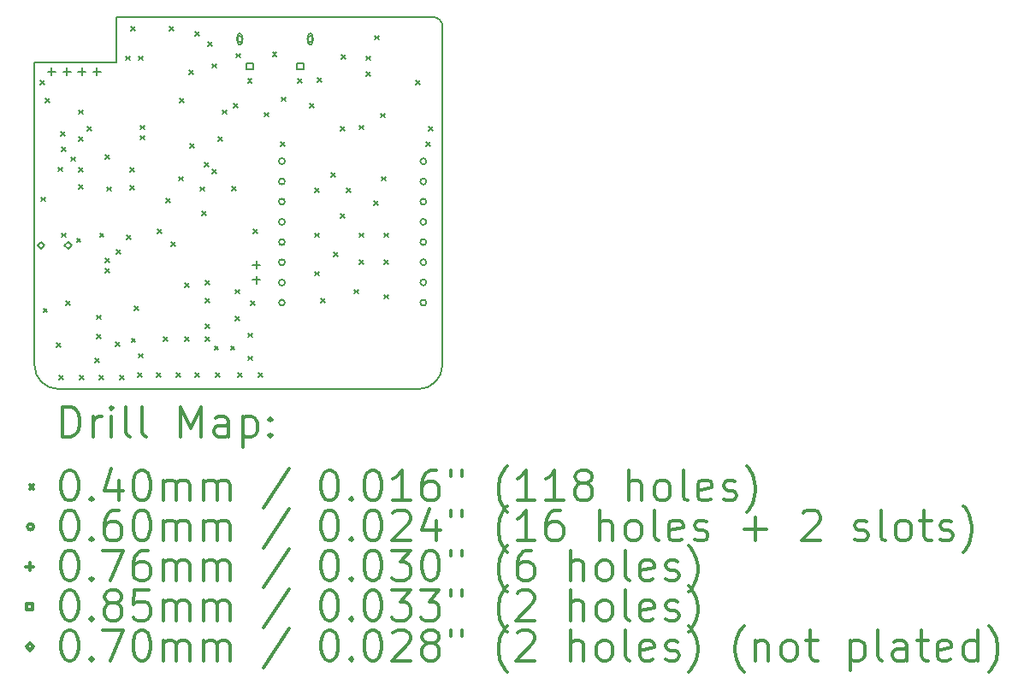
<source format=gbr>
%FSLAX45Y45*%
G04 Gerber Fmt 4.5, Leading zero omitted, Abs format (unit mm)*
G04 Created by KiCad (PCBNEW (5.1.7)-1) date 2020-10-26 15:46:45*
%MOMM*%
%LPD*%
G01*
G04 APERTURE LIST*
%TA.AperFunction,Profile*%
%ADD10C,0.150000*%
%TD*%
%ADD11C,0.200000*%
%ADD12C,0.300000*%
G04 APERTURE END LIST*
D10*
X5727700Y-1460500D02*
G75*
G02*
X5816600Y-1549400I0J-88900D01*
G01*
X2590800Y-1905000D02*
X1778000Y-1905000D01*
X2590800Y-1460500D02*
X2590800Y-1905000D01*
X2019300Y-5143500D02*
G75*
G02*
X1778000Y-4902200I0J241300D01*
G01*
X5816600Y-4902200D02*
G75*
G02*
X5575300Y-5143500I-241300J0D01*
G01*
X2590800Y-1460500D02*
X5727700Y-1460500D01*
X1778000Y-4902200D02*
X1778000Y-1905000D01*
X5575300Y-5143500D02*
X2019300Y-5143500D01*
X5816600Y-1549400D02*
X5816600Y-4902200D01*
D11*
X1834200Y-2088200D02*
X1874200Y-2128200D01*
X1874200Y-2088200D02*
X1834200Y-2128200D01*
X1846900Y-3243900D02*
X1886900Y-3283900D01*
X1886900Y-3243900D02*
X1846900Y-3283900D01*
X1865950Y-4342450D02*
X1905950Y-4382450D01*
X1905950Y-4342450D02*
X1865950Y-4382450D01*
X1885000Y-2266000D02*
X1925000Y-2306000D01*
X1925000Y-2266000D02*
X1885000Y-2306000D01*
X1999300Y-4685350D02*
X2039300Y-4725350D01*
X2039300Y-4685350D02*
X1999300Y-4725350D01*
X2015700Y-2945450D02*
X2055700Y-2985450D01*
X2055700Y-2945450D02*
X2015700Y-2985450D01*
X2024700Y-5009200D02*
X2064700Y-5049200D01*
X2064700Y-5009200D02*
X2024700Y-5049200D01*
X2037400Y-2596200D02*
X2077400Y-2636200D01*
X2077400Y-2596200D02*
X2037400Y-2636200D01*
X2050100Y-2748600D02*
X2090100Y-2788600D01*
X2090100Y-2748600D02*
X2050100Y-2788600D01*
X2050100Y-3599500D02*
X2090100Y-3639500D01*
X2090100Y-3599500D02*
X2050100Y-3639500D01*
X2093999Y-4272600D02*
X2133999Y-4312600D01*
X2133999Y-4272600D02*
X2093999Y-4312600D01*
X2139000Y-2843850D02*
X2179000Y-2883850D01*
X2179000Y-2843850D02*
X2139000Y-2883850D01*
X2196150Y-3650300D02*
X2236150Y-3690300D01*
X2236150Y-3650300D02*
X2196150Y-3690300D01*
X2215200Y-2380300D02*
X2255200Y-2420300D01*
X2255200Y-2380300D02*
X2215200Y-2420300D01*
X2215200Y-2647000D02*
X2255200Y-2687000D01*
X2255200Y-2647000D02*
X2215200Y-2687000D01*
X2215200Y-2951800D02*
X2255200Y-2991800D01*
X2255200Y-2951800D02*
X2215200Y-2991800D01*
X2215200Y-3120700D02*
X2255200Y-3160700D01*
X2255200Y-3120700D02*
X2215200Y-3160700D01*
X2227900Y-5009200D02*
X2267900Y-5049200D01*
X2267900Y-5009200D02*
X2227900Y-5049200D01*
X2304100Y-2545400D02*
X2344100Y-2585400D01*
X2344100Y-2545400D02*
X2304100Y-2585400D01*
X2380300Y-4836700D02*
X2420300Y-4876700D01*
X2420300Y-4836700D02*
X2380300Y-4876700D01*
X2393000Y-4602800D02*
X2433000Y-4642800D01*
X2433000Y-4602800D02*
X2393000Y-4642800D01*
X2396358Y-4410701D02*
X2436358Y-4450701D01*
X2436358Y-4410701D02*
X2396358Y-4450701D01*
X2418400Y-5009200D02*
X2458400Y-5049200D01*
X2458400Y-5009200D02*
X2418400Y-5049200D01*
X2424750Y-3599500D02*
X2464750Y-3639500D01*
X2464750Y-3599500D02*
X2424750Y-3639500D01*
X2480635Y-3948415D02*
X2520635Y-3988415D01*
X2520635Y-3948415D02*
X2480635Y-3988415D01*
X2481900Y-2824800D02*
X2521900Y-2864800D01*
X2521900Y-2824800D02*
X2481900Y-2864800D01*
X2481900Y-3847150D02*
X2521900Y-3887150D01*
X2521900Y-3847150D02*
X2481900Y-3887150D01*
X2494600Y-3142300D02*
X2534600Y-3182300D01*
X2534600Y-3142300D02*
X2494600Y-3182300D01*
X2583500Y-4679000D02*
X2623500Y-4719000D01*
X2623500Y-4679000D02*
X2583500Y-4719000D01*
X2589950Y-3764700D02*
X2629950Y-3804700D01*
X2629950Y-3764700D02*
X2589950Y-3804700D01*
X2621600Y-5009200D02*
X2661600Y-5049200D01*
X2661600Y-5009200D02*
X2621600Y-5049200D01*
X2685434Y-1846567D02*
X2725434Y-1886567D01*
X2725434Y-1846567D02*
X2685434Y-1886567D01*
X2689237Y-3618497D02*
X2729237Y-3658497D01*
X2729237Y-3618497D02*
X2689237Y-3658497D01*
X2723200Y-2951800D02*
X2763200Y-2991800D01*
X2763200Y-2951800D02*
X2723200Y-2991800D01*
X2723200Y-3129600D02*
X2763200Y-3169600D01*
X2763200Y-3129600D02*
X2723200Y-3169600D01*
X2735900Y-1554800D02*
X2775900Y-1594800D01*
X2775900Y-1554800D02*
X2735900Y-1594800D01*
X2739600Y-4640900D02*
X2779600Y-4680900D01*
X2779600Y-4640900D02*
X2739600Y-4680900D01*
X2771350Y-4320750D02*
X2811350Y-4360750D01*
X2811350Y-4320750D02*
X2771350Y-4360750D01*
X2799400Y-4983800D02*
X2839400Y-5023800D01*
X2839400Y-4983800D02*
X2799400Y-5023800D01*
X2812100Y-1846900D02*
X2852100Y-1886900D01*
X2852100Y-1846900D02*
X2812100Y-1886900D01*
X2812100Y-4793300D02*
X2852100Y-4833300D01*
X2852100Y-4793300D02*
X2812100Y-4833300D01*
X2826839Y-2532700D02*
X2866839Y-2572700D01*
X2866839Y-2532700D02*
X2826839Y-2572700D01*
X2827854Y-2634300D02*
X2867854Y-2674300D01*
X2867854Y-2634300D02*
X2827854Y-2674300D01*
X2989900Y-4983800D02*
X3029900Y-5023800D01*
X3029900Y-4983800D02*
X2989900Y-5023800D01*
X2996250Y-3561400D02*
X3036250Y-3601400D01*
X3036250Y-3561400D02*
X2996250Y-3601400D01*
X3053400Y-4628200D02*
X3093400Y-4668200D01*
X3093400Y-4628200D02*
X3053400Y-4668200D01*
X3083800Y-3256600D02*
X3123800Y-3296600D01*
X3123800Y-3256600D02*
X3083800Y-3296600D01*
X3116900Y-1554800D02*
X3156900Y-1594800D01*
X3156900Y-1554800D02*
X3116900Y-1594800D01*
X3129600Y-3688400D02*
X3169600Y-3728400D01*
X3169600Y-3688400D02*
X3129600Y-3728400D01*
X3180400Y-4983800D02*
X3220400Y-5023800D01*
X3220400Y-4983800D02*
X3180400Y-5023800D01*
X3205800Y-3040700D02*
X3245800Y-3080700D01*
X3245800Y-3040700D02*
X3205800Y-3080700D01*
X3218500Y-2266000D02*
X3258500Y-2306000D01*
X3258500Y-2266000D02*
X3218500Y-2306000D01*
X3269300Y-4094800D02*
X3309300Y-4134800D01*
X3309300Y-4094800D02*
X3269300Y-4134800D01*
X3269300Y-4628200D02*
X3309300Y-4668200D01*
X3309300Y-4628200D02*
X3269300Y-4668200D01*
X3307400Y-1986600D02*
X3347400Y-2026600D01*
X3347400Y-1986600D02*
X3307400Y-2026600D01*
X3320100Y-2711800D02*
X3360100Y-2751800D01*
X3360100Y-2711800D02*
X3320100Y-2751800D01*
X3370900Y-4983800D02*
X3410900Y-5023800D01*
X3410900Y-4983800D02*
X3370900Y-5023800D01*
X3370900Y-1605600D02*
X3410900Y-1645600D01*
X3410900Y-1605600D02*
X3370900Y-1645600D01*
X3421700Y-3142300D02*
X3461700Y-3182300D01*
X3461700Y-3142300D02*
X3421700Y-3182300D01*
X3434400Y-3383600D02*
X3474400Y-3423600D01*
X3474400Y-3383600D02*
X3434400Y-3423600D01*
X3459800Y-2901000D02*
X3499800Y-2941000D01*
X3499800Y-2901000D02*
X3459800Y-2941000D01*
X3472500Y-4069400D02*
X3512500Y-4109400D01*
X3512500Y-4069400D02*
X3472500Y-4109400D01*
X3472500Y-4247200D02*
X3512500Y-4287200D01*
X3512500Y-4247200D02*
X3472500Y-4287200D01*
X3472500Y-4501200D02*
X3512500Y-4541200D01*
X3512500Y-4501200D02*
X3472500Y-4541200D01*
X3472500Y-4628200D02*
X3512500Y-4668200D01*
X3512500Y-4628200D02*
X3472500Y-4668200D01*
X3497900Y-1707200D02*
X3537900Y-1747200D01*
X3537900Y-1707200D02*
X3497900Y-1747200D01*
X3536000Y-2968200D02*
X3576000Y-3008200D01*
X3576000Y-2968200D02*
X3536000Y-3008200D01*
X3541100Y-1923100D02*
X3581100Y-1963100D01*
X3581100Y-1923100D02*
X3541100Y-1963100D01*
X3560100Y-4715800D02*
X3600100Y-4755800D01*
X3600100Y-4715800D02*
X3560100Y-4755800D01*
X3574100Y-4983800D02*
X3614100Y-5023800D01*
X3614100Y-4983800D02*
X3574100Y-5023800D01*
X3599500Y-2647000D02*
X3639500Y-2687000D01*
X3639500Y-2647000D02*
X3599500Y-2687000D01*
X3638065Y-2379835D02*
X3678065Y-2419835D01*
X3678065Y-2379835D02*
X3638065Y-2419835D01*
X3720150Y-4717100D02*
X3760150Y-4757100D01*
X3760150Y-4717100D02*
X3720150Y-4757100D01*
X3731442Y-3137979D02*
X3771442Y-3177979D01*
X3771442Y-3137979D02*
X3731442Y-3177979D01*
X3751900Y-2316800D02*
X3791900Y-2356800D01*
X3791900Y-2316800D02*
X3751900Y-2356800D01*
X3764600Y-4425000D02*
X3804600Y-4465000D01*
X3804600Y-4425000D02*
X3764600Y-4465000D01*
X3768300Y-4158300D02*
X3808300Y-4198300D01*
X3808300Y-4158300D02*
X3768300Y-4198300D01*
X3777300Y-1821500D02*
X3817300Y-1861500D01*
X3817300Y-1821500D02*
X3777300Y-1861500D01*
X3790000Y-4983800D02*
X3830000Y-5023800D01*
X3830000Y-4983800D02*
X3790000Y-5023800D01*
X3890000Y-2069927D02*
X3930000Y-2109927D01*
X3930000Y-2069927D02*
X3890000Y-2109927D01*
X3891600Y-4590100D02*
X3931600Y-4630100D01*
X3931600Y-4590100D02*
X3891600Y-4630100D01*
X3891600Y-4818700D02*
X3931600Y-4858700D01*
X3931600Y-4818700D02*
X3891600Y-4858700D01*
X3917000Y-4272600D02*
X3957000Y-4312600D01*
X3957000Y-4272600D02*
X3917000Y-4312600D01*
X3942400Y-3561400D02*
X3982400Y-3601400D01*
X3982400Y-3561400D02*
X3942400Y-3601400D01*
X3993200Y-4983800D02*
X4033200Y-5023800D01*
X4033200Y-4983800D02*
X3993200Y-5023800D01*
X4056700Y-2405700D02*
X4096700Y-2445700D01*
X4096700Y-2405700D02*
X4056700Y-2445700D01*
X4135734Y-1807704D02*
X4175734Y-1847704D01*
X4175734Y-1807704D02*
X4135734Y-1847704D01*
X4216825Y-2696439D02*
X4256825Y-2736439D01*
X4256825Y-2696439D02*
X4216825Y-2736439D01*
X4221800Y-2253300D02*
X4261800Y-2293300D01*
X4261800Y-2253300D02*
X4221800Y-2293300D01*
X4385000Y-2073042D02*
X4425000Y-2113042D01*
X4425000Y-2073042D02*
X4385000Y-2113042D01*
X4501673Y-2317259D02*
X4541673Y-2357259D01*
X4541673Y-2317259D02*
X4501673Y-2357259D01*
X4552000Y-3155000D02*
X4592000Y-3195000D01*
X4592000Y-3155000D02*
X4552000Y-3195000D01*
X4552000Y-3599500D02*
X4592000Y-3639500D01*
X4592000Y-3599500D02*
X4552000Y-3639500D01*
X4552000Y-3980500D02*
X4592000Y-4020500D01*
X4592000Y-3980500D02*
X4552000Y-4020500D01*
X4577400Y-2058990D02*
X4617400Y-2098990D01*
X4617400Y-2058990D02*
X4577400Y-2098990D01*
X4615500Y-4247200D02*
X4655500Y-4287200D01*
X4655500Y-4247200D02*
X4615500Y-4287200D01*
X4717100Y-3002600D02*
X4757100Y-3042600D01*
X4757100Y-3002600D02*
X4717100Y-3042600D01*
X4742500Y-3790000D02*
X4782500Y-3830000D01*
X4782500Y-3790000D02*
X4742500Y-3830000D01*
X4806000Y-3409000D02*
X4846000Y-3449000D01*
X4846000Y-3409000D02*
X4806000Y-3449000D01*
X4806001Y-2545400D02*
X4846001Y-2585400D01*
X4846001Y-2545400D02*
X4806001Y-2585400D01*
X4818700Y-1834200D02*
X4858700Y-1874200D01*
X4858700Y-1834200D02*
X4818700Y-1874200D01*
X4869500Y-3155000D02*
X4909500Y-3195000D01*
X4909500Y-3155000D02*
X4869500Y-3195000D01*
X4945700Y-4158300D02*
X4985700Y-4198300D01*
X4985700Y-4158300D02*
X4945700Y-4198300D01*
X4996500Y-2532700D02*
X5036500Y-2572700D01*
X5036500Y-2532700D02*
X4996500Y-2572700D01*
X4996500Y-3599500D02*
X5036500Y-3639500D01*
X5036500Y-3599500D02*
X4996500Y-3639500D01*
X4996500Y-3866200D02*
X5036500Y-3906200D01*
X5036500Y-3866200D02*
X4996500Y-3906200D01*
X5060000Y-1845600D02*
X5100000Y-1885600D01*
X5100000Y-1845600D02*
X5060000Y-1885600D01*
X5060000Y-2000600D02*
X5100000Y-2040600D01*
X5100000Y-2000600D02*
X5060000Y-2040600D01*
X5136200Y-3282000D02*
X5176200Y-3322000D01*
X5176200Y-3282000D02*
X5136200Y-3322000D01*
X5148900Y-1643700D02*
X5188900Y-1683700D01*
X5188900Y-1643700D02*
X5148900Y-1683700D01*
X5205800Y-2412300D02*
X5245800Y-2452300D01*
X5245800Y-2412300D02*
X5205800Y-2452300D01*
X5212400Y-3040700D02*
X5252400Y-3080700D01*
X5252400Y-3040700D02*
X5212400Y-3080700D01*
X5237800Y-3599500D02*
X5277800Y-3639500D01*
X5277800Y-3599500D02*
X5237800Y-3639500D01*
X5237800Y-3866200D02*
X5277800Y-3906200D01*
X5277800Y-3866200D02*
X5237800Y-3906200D01*
X5237800Y-4209100D02*
X5277800Y-4249100D01*
X5277800Y-4209100D02*
X5237800Y-4249100D01*
X5555300Y-2088200D02*
X5595300Y-2128200D01*
X5595300Y-2088200D02*
X5555300Y-2128200D01*
X5656900Y-2697800D02*
X5696900Y-2737800D01*
X5696900Y-2697800D02*
X5656900Y-2737800D01*
X5682300Y-2545400D02*
X5722300Y-2585400D01*
X5722300Y-2545400D02*
X5682300Y-2585400D01*
X4257600Y-2887000D02*
G75*
G03*
X4257600Y-2887000I-30000J0D01*
G01*
X4257600Y-3087000D02*
G75*
G03*
X4257600Y-3087000I-30000J0D01*
G01*
X4257600Y-3287000D02*
G75*
G03*
X4257600Y-3287000I-30000J0D01*
G01*
X4257600Y-3487000D02*
G75*
G03*
X4257600Y-3487000I-30000J0D01*
G01*
X4257600Y-3687000D02*
G75*
G03*
X4257600Y-3687000I-30000J0D01*
G01*
X4257600Y-3887000D02*
G75*
G03*
X4257600Y-3887000I-30000J0D01*
G01*
X4257600Y-4087000D02*
G75*
G03*
X4257600Y-4087000I-30000J0D01*
G01*
X4257600Y-4287000D02*
G75*
G03*
X4257600Y-4287000I-30000J0D01*
G01*
X5657600Y-2887000D02*
G75*
G03*
X5657600Y-2887000I-30000J0D01*
G01*
X5657600Y-3087000D02*
G75*
G03*
X5657600Y-3087000I-30000J0D01*
G01*
X5657600Y-3287000D02*
G75*
G03*
X5657600Y-3287000I-30000J0D01*
G01*
X5657600Y-3487000D02*
G75*
G03*
X5657600Y-3487000I-30000J0D01*
G01*
X5657600Y-3687000D02*
G75*
G03*
X5657600Y-3687000I-30000J0D01*
G01*
X5657600Y-3887000D02*
G75*
G03*
X5657600Y-3887000I-30000J0D01*
G01*
X5657600Y-4087000D02*
G75*
G03*
X5657600Y-4087000I-30000J0D01*
G01*
X5657600Y-4287000D02*
G75*
G03*
X5657600Y-4287000I-30000J0D01*
G01*
X3840000Y-1676400D02*
G75*
G03*
X3840000Y-1676400I-30000J0D01*
G01*
X3830000Y-1711400D02*
X3830000Y-1641400D01*
X3790000Y-1711400D02*
X3790000Y-1641400D01*
X3830000Y-1641400D02*
G75*
G03*
X3790000Y-1641400I-20000J0D01*
G01*
X3790000Y-1711400D02*
G75*
G03*
X3830000Y-1711400I20000J0D01*
G01*
X4540000Y-1676400D02*
G75*
G03*
X4540000Y-1676400I-30000J0D01*
G01*
X4490000Y-1641400D02*
X4490000Y-1711400D01*
X4530000Y-1641400D02*
X4530000Y-1711400D01*
X4490000Y-1711400D02*
G75*
G03*
X4530000Y-1711400I20000J0D01*
G01*
X4530000Y-1641400D02*
G75*
G03*
X4490000Y-1641400I-20000J0D01*
G01*
X3975100Y-3873500D02*
X3975100Y-3949700D01*
X3937000Y-3911600D02*
X4013200Y-3911600D01*
X3975100Y-4023500D02*
X3975100Y-4099700D01*
X3937000Y-4061600D02*
X4013200Y-4061600D01*
X1948700Y-1962150D02*
X1948700Y-2038350D01*
X1910600Y-2000250D02*
X1986800Y-2000250D01*
X2098700Y-1962150D02*
X2098700Y-2038350D01*
X2060600Y-2000250D02*
X2136800Y-2000250D01*
X2248700Y-1962150D02*
X2248700Y-2038350D01*
X2210600Y-2000250D02*
X2286800Y-2000250D01*
X2398700Y-1962150D02*
X2398700Y-2038350D01*
X2360600Y-2000250D02*
X2436800Y-2000250D01*
X3940052Y-1976452D02*
X3940052Y-1916348D01*
X3879948Y-1916348D01*
X3879948Y-1976452D01*
X3940052Y-1976452D01*
X4440052Y-1976452D02*
X4440052Y-1916348D01*
X4379948Y-1916348D01*
X4379948Y-1976452D01*
X4440052Y-1976452D01*
X1841500Y-3756100D02*
X1876500Y-3721100D01*
X1841500Y-3686100D01*
X1806500Y-3721100D01*
X1841500Y-3756100D01*
X2111500Y-3756100D02*
X2146500Y-3721100D01*
X2111500Y-3686100D01*
X2076500Y-3721100D01*
X2111500Y-3756100D01*
D12*
X2056928Y-5616714D02*
X2056928Y-5316714D01*
X2128357Y-5316714D01*
X2171214Y-5331000D01*
X2199786Y-5359572D01*
X2214071Y-5388143D01*
X2228357Y-5445286D01*
X2228357Y-5488143D01*
X2214071Y-5545286D01*
X2199786Y-5573857D01*
X2171214Y-5602429D01*
X2128357Y-5616714D01*
X2056928Y-5616714D01*
X2356928Y-5616714D02*
X2356928Y-5416714D01*
X2356928Y-5473857D02*
X2371214Y-5445286D01*
X2385500Y-5431000D01*
X2414071Y-5416714D01*
X2442643Y-5416714D01*
X2542643Y-5616714D02*
X2542643Y-5416714D01*
X2542643Y-5316714D02*
X2528357Y-5331000D01*
X2542643Y-5345286D01*
X2556928Y-5331000D01*
X2542643Y-5316714D01*
X2542643Y-5345286D01*
X2728357Y-5616714D02*
X2699786Y-5602429D01*
X2685500Y-5573857D01*
X2685500Y-5316714D01*
X2885500Y-5616714D02*
X2856928Y-5602429D01*
X2842643Y-5573857D01*
X2842643Y-5316714D01*
X3228357Y-5616714D02*
X3228357Y-5316714D01*
X3328357Y-5531000D01*
X3428357Y-5316714D01*
X3428357Y-5616714D01*
X3699786Y-5616714D02*
X3699786Y-5459572D01*
X3685500Y-5431000D01*
X3656928Y-5416714D01*
X3599786Y-5416714D01*
X3571214Y-5431000D01*
X3699786Y-5602429D02*
X3671214Y-5616714D01*
X3599786Y-5616714D01*
X3571214Y-5602429D01*
X3556928Y-5573857D01*
X3556928Y-5545286D01*
X3571214Y-5516714D01*
X3599786Y-5502429D01*
X3671214Y-5502429D01*
X3699786Y-5488143D01*
X3842643Y-5416714D02*
X3842643Y-5716714D01*
X3842643Y-5431000D02*
X3871214Y-5416714D01*
X3928357Y-5416714D01*
X3956928Y-5431000D01*
X3971214Y-5445286D01*
X3985500Y-5473857D01*
X3985500Y-5559572D01*
X3971214Y-5588143D01*
X3956928Y-5602429D01*
X3928357Y-5616714D01*
X3871214Y-5616714D01*
X3842643Y-5602429D01*
X4114071Y-5588143D02*
X4128357Y-5602429D01*
X4114071Y-5616714D01*
X4099786Y-5602429D01*
X4114071Y-5588143D01*
X4114071Y-5616714D01*
X4114071Y-5431000D02*
X4128357Y-5445286D01*
X4114071Y-5459572D01*
X4099786Y-5445286D01*
X4114071Y-5431000D01*
X4114071Y-5459572D01*
X1730500Y-6091000D02*
X1770500Y-6131000D01*
X1770500Y-6091000D02*
X1730500Y-6131000D01*
X2114071Y-5946714D02*
X2142643Y-5946714D01*
X2171214Y-5961000D01*
X2185500Y-5975286D01*
X2199786Y-6003857D01*
X2214071Y-6061000D01*
X2214071Y-6132429D01*
X2199786Y-6189571D01*
X2185500Y-6218143D01*
X2171214Y-6232429D01*
X2142643Y-6246714D01*
X2114071Y-6246714D01*
X2085500Y-6232429D01*
X2071214Y-6218143D01*
X2056928Y-6189571D01*
X2042643Y-6132429D01*
X2042643Y-6061000D01*
X2056928Y-6003857D01*
X2071214Y-5975286D01*
X2085500Y-5961000D01*
X2114071Y-5946714D01*
X2342643Y-6218143D02*
X2356928Y-6232429D01*
X2342643Y-6246714D01*
X2328357Y-6232429D01*
X2342643Y-6218143D01*
X2342643Y-6246714D01*
X2614071Y-6046714D02*
X2614071Y-6246714D01*
X2542643Y-5932429D02*
X2471214Y-6146714D01*
X2656928Y-6146714D01*
X2828357Y-5946714D02*
X2856928Y-5946714D01*
X2885500Y-5961000D01*
X2899786Y-5975286D01*
X2914071Y-6003857D01*
X2928357Y-6061000D01*
X2928357Y-6132429D01*
X2914071Y-6189571D01*
X2899786Y-6218143D01*
X2885500Y-6232429D01*
X2856928Y-6246714D01*
X2828357Y-6246714D01*
X2799786Y-6232429D01*
X2785500Y-6218143D01*
X2771214Y-6189571D01*
X2756928Y-6132429D01*
X2756928Y-6061000D01*
X2771214Y-6003857D01*
X2785500Y-5975286D01*
X2799786Y-5961000D01*
X2828357Y-5946714D01*
X3056928Y-6246714D02*
X3056928Y-6046714D01*
X3056928Y-6075286D02*
X3071214Y-6061000D01*
X3099786Y-6046714D01*
X3142643Y-6046714D01*
X3171214Y-6061000D01*
X3185500Y-6089571D01*
X3185500Y-6246714D01*
X3185500Y-6089571D02*
X3199786Y-6061000D01*
X3228357Y-6046714D01*
X3271214Y-6046714D01*
X3299786Y-6061000D01*
X3314071Y-6089571D01*
X3314071Y-6246714D01*
X3456928Y-6246714D02*
X3456928Y-6046714D01*
X3456928Y-6075286D02*
X3471214Y-6061000D01*
X3499786Y-6046714D01*
X3542643Y-6046714D01*
X3571214Y-6061000D01*
X3585500Y-6089571D01*
X3585500Y-6246714D01*
X3585500Y-6089571D02*
X3599786Y-6061000D01*
X3628357Y-6046714D01*
X3671214Y-6046714D01*
X3699786Y-6061000D01*
X3714071Y-6089571D01*
X3714071Y-6246714D01*
X4299786Y-5932429D02*
X4042643Y-6318143D01*
X4685500Y-5946714D02*
X4714071Y-5946714D01*
X4742643Y-5961000D01*
X4756928Y-5975286D01*
X4771214Y-6003857D01*
X4785500Y-6061000D01*
X4785500Y-6132429D01*
X4771214Y-6189571D01*
X4756928Y-6218143D01*
X4742643Y-6232429D01*
X4714071Y-6246714D01*
X4685500Y-6246714D01*
X4656928Y-6232429D01*
X4642643Y-6218143D01*
X4628357Y-6189571D01*
X4614071Y-6132429D01*
X4614071Y-6061000D01*
X4628357Y-6003857D01*
X4642643Y-5975286D01*
X4656928Y-5961000D01*
X4685500Y-5946714D01*
X4914071Y-6218143D02*
X4928357Y-6232429D01*
X4914071Y-6246714D01*
X4899786Y-6232429D01*
X4914071Y-6218143D01*
X4914071Y-6246714D01*
X5114071Y-5946714D02*
X5142643Y-5946714D01*
X5171214Y-5961000D01*
X5185500Y-5975286D01*
X5199786Y-6003857D01*
X5214071Y-6061000D01*
X5214071Y-6132429D01*
X5199786Y-6189571D01*
X5185500Y-6218143D01*
X5171214Y-6232429D01*
X5142643Y-6246714D01*
X5114071Y-6246714D01*
X5085500Y-6232429D01*
X5071214Y-6218143D01*
X5056928Y-6189571D01*
X5042643Y-6132429D01*
X5042643Y-6061000D01*
X5056928Y-6003857D01*
X5071214Y-5975286D01*
X5085500Y-5961000D01*
X5114071Y-5946714D01*
X5499786Y-6246714D02*
X5328357Y-6246714D01*
X5414071Y-6246714D02*
X5414071Y-5946714D01*
X5385500Y-5989571D01*
X5356928Y-6018143D01*
X5328357Y-6032429D01*
X5756928Y-5946714D02*
X5699786Y-5946714D01*
X5671214Y-5961000D01*
X5656928Y-5975286D01*
X5628357Y-6018143D01*
X5614071Y-6075286D01*
X5614071Y-6189571D01*
X5628357Y-6218143D01*
X5642643Y-6232429D01*
X5671214Y-6246714D01*
X5728357Y-6246714D01*
X5756928Y-6232429D01*
X5771214Y-6218143D01*
X5785500Y-6189571D01*
X5785500Y-6118143D01*
X5771214Y-6089571D01*
X5756928Y-6075286D01*
X5728357Y-6061000D01*
X5671214Y-6061000D01*
X5642643Y-6075286D01*
X5628357Y-6089571D01*
X5614071Y-6118143D01*
X5899786Y-5946714D02*
X5899786Y-6003857D01*
X6014071Y-5946714D02*
X6014071Y-6003857D01*
X6456928Y-6361000D02*
X6442643Y-6346714D01*
X6414071Y-6303857D01*
X6399786Y-6275286D01*
X6385500Y-6232429D01*
X6371214Y-6161000D01*
X6371214Y-6103857D01*
X6385500Y-6032429D01*
X6399786Y-5989571D01*
X6414071Y-5961000D01*
X6442643Y-5918143D01*
X6456928Y-5903857D01*
X6728357Y-6246714D02*
X6556928Y-6246714D01*
X6642643Y-6246714D02*
X6642643Y-5946714D01*
X6614071Y-5989571D01*
X6585500Y-6018143D01*
X6556928Y-6032429D01*
X7014071Y-6246714D02*
X6842643Y-6246714D01*
X6928357Y-6246714D02*
X6928357Y-5946714D01*
X6899786Y-5989571D01*
X6871214Y-6018143D01*
X6842643Y-6032429D01*
X7185500Y-6075286D02*
X7156928Y-6061000D01*
X7142643Y-6046714D01*
X7128357Y-6018143D01*
X7128357Y-6003857D01*
X7142643Y-5975286D01*
X7156928Y-5961000D01*
X7185500Y-5946714D01*
X7242643Y-5946714D01*
X7271214Y-5961000D01*
X7285500Y-5975286D01*
X7299786Y-6003857D01*
X7299786Y-6018143D01*
X7285500Y-6046714D01*
X7271214Y-6061000D01*
X7242643Y-6075286D01*
X7185500Y-6075286D01*
X7156928Y-6089571D01*
X7142643Y-6103857D01*
X7128357Y-6132429D01*
X7128357Y-6189571D01*
X7142643Y-6218143D01*
X7156928Y-6232429D01*
X7185500Y-6246714D01*
X7242643Y-6246714D01*
X7271214Y-6232429D01*
X7285500Y-6218143D01*
X7299786Y-6189571D01*
X7299786Y-6132429D01*
X7285500Y-6103857D01*
X7271214Y-6089571D01*
X7242643Y-6075286D01*
X7656928Y-6246714D02*
X7656928Y-5946714D01*
X7785500Y-6246714D02*
X7785500Y-6089571D01*
X7771214Y-6061000D01*
X7742643Y-6046714D01*
X7699786Y-6046714D01*
X7671214Y-6061000D01*
X7656928Y-6075286D01*
X7971214Y-6246714D02*
X7942643Y-6232429D01*
X7928357Y-6218143D01*
X7914071Y-6189571D01*
X7914071Y-6103857D01*
X7928357Y-6075286D01*
X7942643Y-6061000D01*
X7971214Y-6046714D01*
X8014071Y-6046714D01*
X8042643Y-6061000D01*
X8056928Y-6075286D01*
X8071214Y-6103857D01*
X8071214Y-6189571D01*
X8056928Y-6218143D01*
X8042643Y-6232429D01*
X8014071Y-6246714D01*
X7971214Y-6246714D01*
X8242643Y-6246714D02*
X8214071Y-6232429D01*
X8199786Y-6203857D01*
X8199786Y-5946714D01*
X8471214Y-6232429D02*
X8442643Y-6246714D01*
X8385500Y-6246714D01*
X8356928Y-6232429D01*
X8342643Y-6203857D01*
X8342643Y-6089571D01*
X8356928Y-6061000D01*
X8385500Y-6046714D01*
X8442643Y-6046714D01*
X8471214Y-6061000D01*
X8485500Y-6089571D01*
X8485500Y-6118143D01*
X8342643Y-6146714D01*
X8599786Y-6232429D02*
X8628357Y-6246714D01*
X8685500Y-6246714D01*
X8714071Y-6232429D01*
X8728357Y-6203857D01*
X8728357Y-6189571D01*
X8714071Y-6161000D01*
X8685500Y-6146714D01*
X8642643Y-6146714D01*
X8614071Y-6132429D01*
X8599786Y-6103857D01*
X8599786Y-6089571D01*
X8614071Y-6061000D01*
X8642643Y-6046714D01*
X8685500Y-6046714D01*
X8714071Y-6061000D01*
X8828357Y-6361000D02*
X8842643Y-6346714D01*
X8871214Y-6303857D01*
X8885500Y-6275286D01*
X8899786Y-6232429D01*
X8914071Y-6161000D01*
X8914071Y-6103857D01*
X8899786Y-6032429D01*
X8885500Y-5989571D01*
X8871214Y-5961000D01*
X8842643Y-5918143D01*
X8828357Y-5903857D01*
X1770500Y-6507000D02*
G75*
G03*
X1770500Y-6507000I-30000J0D01*
G01*
X2114071Y-6342714D02*
X2142643Y-6342714D01*
X2171214Y-6357000D01*
X2185500Y-6371286D01*
X2199786Y-6399857D01*
X2214071Y-6457000D01*
X2214071Y-6528429D01*
X2199786Y-6585571D01*
X2185500Y-6614143D01*
X2171214Y-6628429D01*
X2142643Y-6642714D01*
X2114071Y-6642714D01*
X2085500Y-6628429D01*
X2071214Y-6614143D01*
X2056928Y-6585571D01*
X2042643Y-6528429D01*
X2042643Y-6457000D01*
X2056928Y-6399857D01*
X2071214Y-6371286D01*
X2085500Y-6357000D01*
X2114071Y-6342714D01*
X2342643Y-6614143D02*
X2356928Y-6628429D01*
X2342643Y-6642714D01*
X2328357Y-6628429D01*
X2342643Y-6614143D01*
X2342643Y-6642714D01*
X2614071Y-6342714D02*
X2556928Y-6342714D01*
X2528357Y-6357000D01*
X2514071Y-6371286D01*
X2485500Y-6414143D01*
X2471214Y-6471286D01*
X2471214Y-6585571D01*
X2485500Y-6614143D01*
X2499786Y-6628429D01*
X2528357Y-6642714D01*
X2585500Y-6642714D01*
X2614071Y-6628429D01*
X2628357Y-6614143D01*
X2642643Y-6585571D01*
X2642643Y-6514143D01*
X2628357Y-6485571D01*
X2614071Y-6471286D01*
X2585500Y-6457000D01*
X2528357Y-6457000D01*
X2499786Y-6471286D01*
X2485500Y-6485571D01*
X2471214Y-6514143D01*
X2828357Y-6342714D02*
X2856928Y-6342714D01*
X2885500Y-6357000D01*
X2899786Y-6371286D01*
X2914071Y-6399857D01*
X2928357Y-6457000D01*
X2928357Y-6528429D01*
X2914071Y-6585571D01*
X2899786Y-6614143D01*
X2885500Y-6628429D01*
X2856928Y-6642714D01*
X2828357Y-6642714D01*
X2799786Y-6628429D01*
X2785500Y-6614143D01*
X2771214Y-6585571D01*
X2756928Y-6528429D01*
X2756928Y-6457000D01*
X2771214Y-6399857D01*
X2785500Y-6371286D01*
X2799786Y-6357000D01*
X2828357Y-6342714D01*
X3056928Y-6642714D02*
X3056928Y-6442714D01*
X3056928Y-6471286D02*
X3071214Y-6457000D01*
X3099786Y-6442714D01*
X3142643Y-6442714D01*
X3171214Y-6457000D01*
X3185500Y-6485571D01*
X3185500Y-6642714D01*
X3185500Y-6485571D02*
X3199786Y-6457000D01*
X3228357Y-6442714D01*
X3271214Y-6442714D01*
X3299786Y-6457000D01*
X3314071Y-6485571D01*
X3314071Y-6642714D01*
X3456928Y-6642714D02*
X3456928Y-6442714D01*
X3456928Y-6471286D02*
X3471214Y-6457000D01*
X3499786Y-6442714D01*
X3542643Y-6442714D01*
X3571214Y-6457000D01*
X3585500Y-6485571D01*
X3585500Y-6642714D01*
X3585500Y-6485571D02*
X3599786Y-6457000D01*
X3628357Y-6442714D01*
X3671214Y-6442714D01*
X3699786Y-6457000D01*
X3714071Y-6485571D01*
X3714071Y-6642714D01*
X4299786Y-6328429D02*
X4042643Y-6714143D01*
X4685500Y-6342714D02*
X4714071Y-6342714D01*
X4742643Y-6357000D01*
X4756928Y-6371286D01*
X4771214Y-6399857D01*
X4785500Y-6457000D01*
X4785500Y-6528429D01*
X4771214Y-6585571D01*
X4756928Y-6614143D01*
X4742643Y-6628429D01*
X4714071Y-6642714D01*
X4685500Y-6642714D01*
X4656928Y-6628429D01*
X4642643Y-6614143D01*
X4628357Y-6585571D01*
X4614071Y-6528429D01*
X4614071Y-6457000D01*
X4628357Y-6399857D01*
X4642643Y-6371286D01*
X4656928Y-6357000D01*
X4685500Y-6342714D01*
X4914071Y-6614143D02*
X4928357Y-6628429D01*
X4914071Y-6642714D01*
X4899786Y-6628429D01*
X4914071Y-6614143D01*
X4914071Y-6642714D01*
X5114071Y-6342714D02*
X5142643Y-6342714D01*
X5171214Y-6357000D01*
X5185500Y-6371286D01*
X5199786Y-6399857D01*
X5214071Y-6457000D01*
X5214071Y-6528429D01*
X5199786Y-6585571D01*
X5185500Y-6614143D01*
X5171214Y-6628429D01*
X5142643Y-6642714D01*
X5114071Y-6642714D01*
X5085500Y-6628429D01*
X5071214Y-6614143D01*
X5056928Y-6585571D01*
X5042643Y-6528429D01*
X5042643Y-6457000D01*
X5056928Y-6399857D01*
X5071214Y-6371286D01*
X5085500Y-6357000D01*
X5114071Y-6342714D01*
X5328357Y-6371286D02*
X5342643Y-6357000D01*
X5371214Y-6342714D01*
X5442643Y-6342714D01*
X5471214Y-6357000D01*
X5485500Y-6371286D01*
X5499786Y-6399857D01*
X5499786Y-6428429D01*
X5485500Y-6471286D01*
X5314071Y-6642714D01*
X5499786Y-6642714D01*
X5756928Y-6442714D02*
X5756928Y-6642714D01*
X5685500Y-6328429D02*
X5614071Y-6542714D01*
X5799786Y-6542714D01*
X5899786Y-6342714D02*
X5899786Y-6399857D01*
X6014071Y-6342714D02*
X6014071Y-6399857D01*
X6456928Y-6757000D02*
X6442643Y-6742714D01*
X6414071Y-6699857D01*
X6399786Y-6671286D01*
X6385500Y-6628429D01*
X6371214Y-6557000D01*
X6371214Y-6499857D01*
X6385500Y-6428429D01*
X6399786Y-6385571D01*
X6414071Y-6357000D01*
X6442643Y-6314143D01*
X6456928Y-6299857D01*
X6728357Y-6642714D02*
X6556928Y-6642714D01*
X6642643Y-6642714D02*
X6642643Y-6342714D01*
X6614071Y-6385571D01*
X6585500Y-6414143D01*
X6556928Y-6428429D01*
X6985500Y-6342714D02*
X6928357Y-6342714D01*
X6899786Y-6357000D01*
X6885500Y-6371286D01*
X6856928Y-6414143D01*
X6842643Y-6471286D01*
X6842643Y-6585571D01*
X6856928Y-6614143D01*
X6871214Y-6628429D01*
X6899786Y-6642714D01*
X6956928Y-6642714D01*
X6985500Y-6628429D01*
X6999786Y-6614143D01*
X7014071Y-6585571D01*
X7014071Y-6514143D01*
X6999786Y-6485571D01*
X6985500Y-6471286D01*
X6956928Y-6457000D01*
X6899786Y-6457000D01*
X6871214Y-6471286D01*
X6856928Y-6485571D01*
X6842643Y-6514143D01*
X7371214Y-6642714D02*
X7371214Y-6342714D01*
X7499786Y-6642714D02*
X7499786Y-6485571D01*
X7485500Y-6457000D01*
X7456928Y-6442714D01*
X7414071Y-6442714D01*
X7385500Y-6457000D01*
X7371214Y-6471286D01*
X7685500Y-6642714D02*
X7656928Y-6628429D01*
X7642643Y-6614143D01*
X7628357Y-6585571D01*
X7628357Y-6499857D01*
X7642643Y-6471286D01*
X7656928Y-6457000D01*
X7685500Y-6442714D01*
X7728357Y-6442714D01*
X7756928Y-6457000D01*
X7771214Y-6471286D01*
X7785500Y-6499857D01*
X7785500Y-6585571D01*
X7771214Y-6614143D01*
X7756928Y-6628429D01*
X7728357Y-6642714D01*
X7685500Y-6642714D01*
X7956928Y-6642714D02*
X7928357Y-6628429D01*
X7914071Y-6599857D01*
X7914071Y-6342714D01*
X8185500Y-6628429D02*
X8156928Y-6642714D01*
X8099786Y-6642714D01*
X8071214Y-6628429D01*
X8056928Y-6599857D01*
X8056928Y-6485571D01*
X8071214Y-6457000D01*
X8099786Y-6442714D01*
X8156928Y-6442714D01*
X8185500Y-6457000D01*
X8199786Y-6485571D01*
X8199786Y-6514143D01*
X8056928Y-6542714D01*
X8314071Y-6628429D02*
X8342643Y-6642714D01*
X8399786Y-6642714D01*
X8428357Y-6628429D01*
X8442643Y-6599857D01*
X8442643Y-6585571D01*
X8428357Y-6557000D01*
X8399786Y-6542714D01*
X8356928Y-6542714D01*
X8328357Y-6528429D01*
X8314071Y-6499857D01*
X8314071Y-6485571D01*
X8328357Y-6457000D01*
X8356928Y-6442714D01*
X8399786Y-6442714D01*
X8428357Y-6457000D01*
X8799786Y-6528429D02*
X9028357Y-6528429D01*
X8914071Y-6642714D02*
X8914071Y-6414143D01*
X9385500Y-6371286D02*
X9399786Y-6357000D01*
X9428357Y-6342714D01*
X9499786Y-6342714D01*
X9528357Y-6357000D01*
X9542643Y-6371286D01*
X9556928Y-6399857D01*
X9556928Y-6428429D01*
X9542643Y-6471286D01*
X9371214Y-6642714D01*
X9556928Y-6642714D01*
X9899786Y-6628429D02*
X9928357Y-6642714D01*
X9985500Y-6642714D01*
X10014071Y-6628429D01*
X10028357Y-6599857D01*
X10028357Y-6585571D01*
X10014071Y-6557000D01*
X9985500Y-6542714D01*
X9942643Y-6542714D01*
X9914071Y-6528429D01*
X9899786Y-6499857D01*
X9899786Y-6485571D01*
X9914071Y-6457000D01*
X9942643Y-6442714D01*
X9985500Y-6442714D01*
X10014071Y-6457000D01*
X10199786Y-6642714D02*
X10171214Y-6628429D01*
X10156928Y-6599857D01*
X10156928Y-6342714D01*
X10356928Y-6642714D02*
X10328357Y-6628429D01*
X10314071Y-6614143D01*
X10299786Y-6585571D01*
X10299786Y-6499857D01*
X10314071Y-6471286D01*
X10328357Y-6457000D01*
X10356928Y-6442714D01*
X10399786Y-6442714D01*
X10428357Y-6457000D01*
X10442643Y-6471286D01*
X10456928Y-6499857D01*
X10456928Y-6585571D01*
X10442643Y-6614143D01*
X10428357Y-6628429D01*
X10399786Y-6642714D01*
X10356928Y-6642714D01*
X10542643Y-6442714D02*
X10656928Y-6442714D01*
X10585500Y-6342714D02*
X10585500Y-6599857D01*
X10599786Y-6628429D01*
X10628357Y-6642714D01*
X10656928Y-6642714D01*
X10742643Y-6628429D02*
X10771214Y-6642714D01*
X10828357Y-6642714D01*
X10856928Y-6628429D01*
X10871214Y-6599857D01*
X10871214Y-6585571D01*
X10856928Y-6557000D01*
X10828357Y-6542714D01*
X10785500Y-6542714D01*
X10756928Y-6528429D01*
X10742643Y-6499857D01*
X10742643Y-6485571D01*
X10756928Y-6457000D01*
X10785500Y-6442714D01*
X10828357Y-6442714D01*
X10856928Y-6457000D01*
X10971214Y-6757000D02*
X10985500Y-6742714D01*
X11014071Y-6699857D01*
X11028357Y-6671286D01*
X11042643Y-6628429D01*
X11056928Y-6557000D01*
X11056928Y-6499857D01*
X11042643Y-6428429D01*
X11028357Y-6385571D01*
X11014071Y-6357000D01*
X10985500Y-6314143D01*
X10971214Y-6299857D01*
X1732400Y-6864900D02*
X1732400Y-6941100D01*
X1694300Y-6903000D02*
X1770500Y-6903000D01*
X2114071Y-6738714D02*
X2142643Y-6738714D01*
X2171214Y-6753000D01*
X2185500Y-6767286D01*
X2199786Y-6795857D01*
X2214071Y-6853000D01*
X2214071Y-6924429D01*
X2199786Y-6981571D01*
X2185500Y-7010143D01*
X2171214Y-7024429D01*
X2142643Y-7038714D01*
X2114071Y-7038714D01*
X2085500Y-7024429D01*
X2071214Y-7010143D01*
X2056928Y-6981571D01*
X2042643Y-6924429D01*
X2042643Y-6853000D01*
X2056928Y-6795857D01*
X2071214Y-6767286D01*
X2085500Y-6753000D01*
X2114071Y-6738714D01*
X2342643Y-7010143D02*
X2356928Y-7024429D01*
X2342643Y-7038714D01*
X2328357Y-7024429D01*
X2342643Y-7010143D01*
X2342643Y-7038714D01*
X2456928Y-6738714D02*
X2656928Y-6738714D01*
X2528357Y-7038714D01*
X2899786Y-6738714D02*
X2842643Y-6738714D01*
X2814071Y-6753000D01*
X2799786Y-6767286D01*
X2771214Y-6810143D01*
X2756928Y-6867286D01*
X2756928Y-6981571D01*
X2771214Y-7010143D01*
X2785500Y-7024429D01*
X2814071Y-7038714D01*
X2871214Y-7038714D01*
X2899786Y-7024429D01*
X2914071Y-7010143D01*
X2928357Y-6981571D01*
X2928357Y-6910143D01*
X2914071Y-6881571D01*
X2899786Y-6867286D01*
X2871214Y-6853000D01*
X2814071Y-6853000D01*
X2785500Y-6867286D01*
X2771214Y-6881571D01*
X2756928Y-6910143D01*
X3056928Y-7038714D02*
X3056928Y-6838714D01*
X3056928Y-6867286D02*
X3071214Y-6853000D01*
X3099786Y-6838714D01*
X3142643Y-6838714D01*
X3171214Y-6853000D01*
X3185500Y-6881571D01*
X3185500Y-7038714D01*
X3185500Y-6881571D02*
X3199786Y-6853000D01*
X3228357Y-6838714D01*
X3271214Y-6838714D01*
X3299786Y-6853000D01*
X3314071Y-6881571D01*
X3314071Y-7038714D01*
X3456928Y-7038714D02*
X3456928Y-6838714D01*
X3456928Y-6867286D02*
X3471214Y-6853000D01*
X3499786Y-6838714D01*
X3542643Y-6838714D01*
X3571214Y-6853000D01*
X3585500Y-6881571D01*
X3585500Y-7038714D01*
X3585500Y-6881571D02*
X3599786Y-6853000D01*
X3628357Y-6838714D01*
X3671214Y-6838714D01*
X3699786Y-6853000D01*
X3714071Y-6881571D01*
X3714071Y-7038714D01*
X4299786Y-6724429D02*
X4042643Y-7110143D01*
X4685500Y-6738714D02*
X4714071Y-6738714D01*
X4742643Y-6753000D01*
X4756928Y-6767286D01*
X4771214Y-6795857D01*
X4785500Y-6853000D01*
X4785500Y-6924429D01*
X4771214Y-6981571D01*
X4756928Y-7010143D01*
X4742643Y-7024429D01*
X4714071Y-7038714D01*
X4685500Y-7038714D01*
X4656928Y-7024429D01*
X4642643Y-7010143D01*
X4628357Y-6981571D01*
X4614071Y-6924429D01*
X4614071Y-6853000D01*
X4628357Y-6795857D01*
X4642643Y-6767286D01*
X4656928Y-6753000D01*
X4685500Y-6738714D01*
X4914071Y-7010143D02*
X4928357Y-7024429D01*
X4914071Y-7038714D01*
X4899786Y-7024429D01*
X4914071Y-7010143D01*
X4914071Y-7038714D01*
X5114071Y-6738714D02*
X5142643Y-6738714D01*
X5171214Y-6753000D01*
X5185500Y-6767286D01*
X5199786Y-6795857D01*
X5214071Y-6853000D01*
X5214071Y-6924429D01*
X5199786Y-6981571D01*
X5185500Y-7010143D01*
X5171214Y-7024429D01*
X5142643Y-7038714D01*
X5114071Y-7038714D01*
X5085500Y-7024429D01*
X5071214Y-7010143D01*
X5056928Y-6981571D01*
X5042643Y-6924429D01*
X5042643Y-6853000D01*
X5056928Y-6795857D01*
X5071214Y-6767286D01*
X5085500Y-6753000D01*
X5114071Y-6738714D01*
X5314071Y-6738714D02*
X5499786Y-6738714D01*
X5399786Y-6853000D01*
X5442643Y-6853000D01*
X5471214Y-6867286D01*
X5485500Y-6881571D01*
X5499786Y-6910143D01*
X5499786Y-6981571D01*
X5485500Y-7010143D01*
X5471214Y-7024429D01*
X5442643Y-7038714D01*
X5356928Y-7038714D01*
X5328357Y-7024429D01*
X5314071Y-7010143D01*
X5685500Y-6738714D02*
X5714071Y-6738714D01*
X5742643Y-6753000D01*
X5756928Y-6767286D01*
X5771214Y-6795857D01*
X5785500Y-6853000D01*
X5785500Y-6924429D01*
X5771214Y-6981571D01*
X5756928Y-7010143D01*
X5742643Y-7024429D01*
X5714071Y-7038714D01*
X5685500Y-7038714D01*
X5656928Y-7024429D01*
X5642643Y-7010143D01*
X5628357Y-6981571D01*
X5614071Y-6924429D01*
X5614071Y-6853000D01*
X5628357Y-6795857D01*
X5642643Y-6767286D01*
X5656928Y-6753000D01*
X5685500Y-6738714D01*
X5899786Y-6738714D02*
X5899786Y-6795857D01*
X6014071Y-6738714D02*
X6014071Y-6795857D01*
X6456928Y-7153000D02*
X6442643Y-7138714D01*
X6414071Y-7095857D01*
X6399786Y-7067286D01*
X6385500Y-7024429D01*
X6371214Y-6953000D01*
X6371214Y-6895857D01*
X6385500Y-6824429D01*
X6399786Y-6781571D01*
X6414071Y-6753000D01*
X6442643Y-6710143D01*
X6456928Y-6695857D01*
X6699786Y-6738714D02*
X6642643Y-6738714D01*
X6614071Y-6753000D01*
X6599786Y-6767286D01*
X6571214Y-6810143D01*
X6556928Y-6867286D01*
X6556928Y-6981571D01*
X6571214Y-7010143D01*
X6585500Y-7024429D01*
X6614071Y-7038714D01*
X6671214Y-7038714D01*
X6699786Y-7024429D01*
X6714071Y-7010143D01*
X6728357Y-6981571D01*
X6728357Y-6910143D01*
X6714071Y-6881571D01*
X6699786Y-6867286D01*
X6671214Y-6853000D01*
X6614071Y-6853000D01*
X6585500Y-6867286D01*
X6571214Y-6881571D01*
X6556928Y-6910143D01*
X7085500Y-7038714D02*
X7085500Y-6738714D01*
X7214071Y-7038714D02*
X7214071Y-6881571D01*
X7199786Y-6853000D01*
X7171214Y-6838714D01*
X7128357Y-6838714D01*
X7099786Y-6853000D01*
X7085500Y-6867286D01*
X7399786Y-7038714D02*
X7371214Y-7024429D01*
X7356928Y-7010143D01*
X7342643Y-6981571D01*
X7342643Y-6895857D01*
X7356928Y-6867286D01*
X7371214Y-6853000D01*
X7399786Y-6838714D01*
X7442643Y-6838714D01*
X7471214Y-6853000D01*
X7485500Y-6867286D01*
X7499786Y-6895857D01*
X7499786Y-6981571D01*
X7485500Y-7010143D01*
X7471214Y-7024429D01*
X7442643Y-7038714D01*
X7399786Y-7038714D01*
X7671214Y-7038714D02*
X7642643Y-7024429D01*
X7628357Y-6995857D01*
X7628357Y-6738714D01*
X7899786Y-7024429D02*
X7871214Y-7038714D01*
X7814071Y-7038714D01*
X7785500Y-7024429D01*
X7771214Y-6995857D01*
X7771214Y-6881571D01*
X7785500Y-6853000D01*
X7814071Y-6838714D01*
X7871214Y-6838714D01*
X7899786Y-6853000D01*
X7914071Y-6881571D01*
X7914071Y-6910143D01*
X7771214Y-6938714D01*
X8028357Y-7024429D02*
X8056928Y-7038714D01*
X8114071Y-7038714D01*
X8142643Y-7024429D01*
X8156928Y-6995857D01*
X8156928Y-6981571D01*
X8142643Y-6953000D01*
X8114071Y-6938714D01*
X8071214Y-6938714D01*
X8042643Y-6924429D01*
X8028357Y-6895857D01*
X8028357Y-6881571D01*
X8042643Y-6853000D01*
X8071214Y-6838714D01*
X8114071Y-6838714D01*
X8142643Y-6853000D01*
X8256928Y-7153000D02*
X8271214Y-7138714D01*
X8299786Y-7095857D01*
X8314071Y-7067286D01*
X8328357Y-7024429D01*
X8342643Y-6953000D01*
X8342643Y-6895857D01*
X8328357Y-6824429D01*
X8314071Y-6781571D01*
X8299786Y-6753000D01*
X8271214Y-6710143D01*
X8256928Y-6695857D01*
X1758052Y-7329052D02*
X1758052Y-7268948D01*
X1697948Y-7268948D01*
X1697948Y-7329052D01*
X1758052Y-7329052D01*
X2114071Y-7134714D02*
X2142643Y-7134714D01*
X2171214Y-7149000D01*
X2185500Y-7163286D01*
X2199786Y-7191857D01*
X2214071Y-7249000D01*
X2214071Y-7320429D01*
X2199786Y-7377571D01*
X2185500Y-7406143D01*
X2171214Y-7420429D01*
X2142643Y-7434714D01*
X2114071Y-7434714D01*
X2085500Y-7420429D01*
X2071214Y-7406143D01*
X2056928Y-7377571D01*
X2042643Y-7320429D01*
X2042643Y-7249000D01*
X2056928Y-7191857D01*
X2071214Y-7163286D01*
X2085500Y-7149000D01*
X2114071Y-7134714D01*
X2342643Y-7406143D02*
X2356928Y-7420429D01*
X2342643Y-7434714D01*
X2328357Y-7420429D01*
X2342643Y-7406143D01*
X2342643Y-7434714D01*
X2528357Y-7263286D02*
X2499786Y-7249000D01*
X2485500Y-7234714D01*
X2471214Y-7206143D01*
X2471214Y-7191857D01*
X2485500Y-7163286D01*
X2499786Y-7149000D01*
X2528357Y-7134714D01*
X2585500Y-7134714D01*
X2614071Y-7149000D01*
X2628357Y-7163286D01*
X2642643Y-7191857D01*
X2642643Y-7206143D01*
X2628357Y-7234714D01*
X2614071Y-7249000D01*
X2585500Y-7263286D01*
X2528357Y-7263286D01*
X2499786Y-7277571D01*
X2485500Y-7291857D01*
X2471214Y-7320429D01*
X2471214Y-7377571D01*
X2485500Y-7406143D01*
X2499786Y-7420429D01*
X2528357Y-7434714D01*
X2585500Y-7434714D01*
X2614071Y-7420429D01*
X2628357Y-7406143D01*
X2642643Y-7377571D01*
X2642643Y-7320429D01*
X2628357Y-7291857D01*
X2614071Y-7277571D01*
X2585500Y-7263286D01*
X2914071Y-7134714D02*
X2771214Y-7134714D01*
X2756928Y-7277571D01*
X2771214Y-7263286D01*
X2799786Y-7249000D01*
X2871214Y-7249000D01*
X2899786Y-7263286D01*
X2914071Y-7277571D01*
X2928357Y-7306143D01*
X2928357Y-7377571D01*
X2914071Y-7406143D01*
X2899786Y-7420429D01*
X2871214Y-7434714D01*
X2799786Y-7434714D01*
X2771214Y-7420429D01*
X2756928Y-7406143D01*
X3056928Y-7434714D02*
X3056928Y-7234714D01*
X3056928Y-7263286D02*
X3071214Y-7249000D01*
X3099786Y-7234714D01*
X3142643Y-7234714D01*
X3171214Y-7249000D01*
X3185500Y-7277571D01*
X3185500Y-7434714D01*
X3185500Y-7277571D02*
X3199786Y-7249000D01*
X3228357Y-7234714D01*
X3271214Y-7234714D01*
X3299786Y-7249000D01*
X3314071Y-7277571D01*
X3314071Y-7434714D01*
X3456928Y-7434714D02*
X3456928Y-7234714D01*
X3456928Y-7263286D02*
X3471214Y-7249000D01*
X3499786Y-7234714D01*
X3542643Y-7234714D01*
X3571214Y-7249000D01*
X3585500Y-7277571D01*
X3585500Y-7434714D01*
X3585500Y-7277571D02*
X3599786Y-7249000D01*
X3628357Y-7234714D01*
X3671214Y-7234714D01*
X3699786Y-7249000D01*
X3714071Y-7277571D01*
X3714071Y-7434714D01*
X4299786Y-7120429D02*
X4042643Y-7506143D01*
X4685500Y-7134714D02*
X4714071Y-7134714D01*
X4742643Y-7149000D01*
X4756928Y-7163286D01*
X4771214Y-7191857D01*
X4785500Y-7249000D01*
X4785500Y-7320429D01*
X4771214Y-7377571D01*
X4756928Y-7406143D01*
X4742643Y-7420429D01*
X4714071Y-7434714D01*
X4685500Y-7434714D01*
X4656928Y-7420429D01*
X4642643Y-7406143D01*
X4628357Y-7377571D01*
X4614071Y-7320429D01*
X4614071Y-7249000D01*
X4628357Y-7191857D01*
X4642643Y-7163286D01*
X4656928Y-7149000D01*
X4685500Y-7134714D01*
X4914071Y-7406143D02*
X4928357Y-7420429D01*
X4914071Y-7434714D01*
X4899786Y-7420429D01*
X4914071Y-7406143D01*
X4914071Y-7434714D01*
X5114071Y-7134714D02*
X5142643Y-7134714D01*
X5171214Y-7149000D01*
X5185500Y-7163286D01*
X5199786Y-7191857D01*
X5214071Y-7249000D01*
X5214071Y-7320429D01*
X5199786Y-7377571D01*
X5185500Y-7406143D01*
X5171214Y-7420429D01*
X5142643Y-7434714D01*
X5114071Y-7434714D01*
X5085500Y-7420429D01*
X5071214Y-7406143D01*
X5056928Y-7377571D01*
X5042643Y-7320429D01*
X5042643Y-7249000D01*
X5056928Y-7191857D01*
X5071214Y-7163286D01*
X5085500Y-7149000D01*
X5114071Y-7134714D01*
X5314071Y-7134714D02*
X5499786Y-7134714D01*
X5399786Y-7249000D01*
X5442643Y-7249000D01*
X5471214Y-7263286D01*
X5485500Y-7277571D01*
X5499786Y-7306143D01*
X5499786Y-7377571D01*
X5485500Y-7406143D01*
X5471214Y-7420429D01*
X5442643Y-7434714D01*
X5356928Y-7434714D01*
X5328357Y-7420429D01*
X5314071Y-7406143D01*
X5599786Y-7134714D02*
X5785500Y-7134714D01*
X5685500Y-7249000D01*
X5728357Y-7249000D01*
X5756928Y-7263286D01*
X5771214Y-7277571D01*
X5785500Y-7306143D01*
X5785500Y-7377571D01*
X5771214Y-7406143D01*
X5756928Y-7420429D01*
X5728357Y-7434714D01*
X5642643Y-7434714D01*
X5614071Y-7420429D01*
X5599786Y-7406143D01*
X5899786Y-7134714D02*
X5899786Y-7191857D01*
X6014071Y-7134714D02*
X6014071Y-7191857D01*
X6456928Y-7549000D02*
X6442643Y-7534714D01*
X6414071Y-7491857D01*
X6399786Y-7463286D01*
X6385500Y-7420429D01*
X6371214Y-7349000D01*
X6371214Y-7291857D01*
X6385500Y-7220429D01*
X6399786Y-7177571D01*
X6414071Y-7149000D01*
X6442643Y-7106143D01*
X6456928Y-7091857D01*
X6556928Y-7163286D02*
X6571214Y-7149000D01*
X6599786Y-7134714D01*
X6671214Y-7134714D01*
X6699786Y-7149000D01*
X6714071Y-7163286D01*
X6728357Y-7191857D01*
X6728357Y-7220429D01*
X6714071Y-7263286D01*
X6542643Y-7434714D01*
X6728357Y-7434714D01*
X7085500Y-7434714D02*
X7085500Y-7134714D01*
X7214071Y-7434714D02*
X7214071Y-7277571D01*
X7199786Y-7249000D01*
X7171214Y-7234714D01*
X7128357Y-7234714D01*
X7099786Y-7249000D01*
X7085500Y-7263286D01*
X7399786Y-7434714D02*
X7371214Y-7420429D01*
X7356928Y-7406143D01*
X7342643Y-7377571D01*
X7342643Y-7291857D01*
X7356928Y-7263286D01*
X7371214Y-7249000D01*
X7399786Y-7234714D01*
X7442643Y-7234714D01*
X7471214Y-7249000D01*
X7485500Y-7263286D01*
X7499786Y-7291857D01*
X7499786Y-7377571D01*
X7485500Y-7406143D01*
X7471214Y-7420429D01*
X7442643Y-7434714D01*
X7399786Y-7434714D01*
X7671214Y-7434714D02*
X7642643Y-7420429D01*
X7628357Y-7391857D01*
X7628357Y-7134714D01*
X7899786Y-7420429D02*
X7871214Y-7434714D01*
X7814071Y-7434714D01*
X7785500Y-7420429D01*
X7771214Y-7391857D01*
X7771214Y-7277571D01*
X7785500Y-7249000D01*
X7814071Y-7234714D01*
X7871214Y-7234714D01*
X7899786Y-7249000D01*
X7914071Y-7277571D01*
X7914071Y-7306143D01*
X7771214Y-7334714D01*
X8028357Y-7420429D02*
X8056928Y-7434714D01*
X8114071Y-7434714D01*
X8142643Y-7420429D01*
X8156928Y-7391857D01*
X8156928Y-7377571D01*
X8142643Y-7349000D01*
X8114071Y-7334714D01*
X8071214Y-7334714D01*
X8042643Y-7320429D01*
X8028357Y-7291857D01*
X8028357Y-7277571D01*
X8042643Y-7249000D01*
X8071214Y-7234714D01*
X8114071Y-7234714D01*
X8142643Y-7249000D01*
X8256928Y-7549000D02*
X8271214Y-7534714D01*
X8299786Y-7491857D01*
X8314071Y-7463286D01*
X8328357Y-7420429D01*
X8342643Y-7349000D01*
X8342643Y-7291857D01*
X8328357Y-7220429D01*
X8314071Y-7177571D01*
X8299786Y-7149000D01*
X8271214Y-7106143D01*
X8256928Y-7091857D01*
X1735500Y-7730000D02*
X1770500Y-7695000D01*
X1735500Y-7660000D01*
X1700500Y-7695000D01*
X1735500Y-7730000D01*
X2114071Y-7530714D02*
X2142643Y-7530714D01*
X2171214Y-7545000D01*
X2185500Y-7559286D01*
X2199786Y-7587857D01*
X2214071Y-7645000D01*
X2214071Y-7716429D01*
X2199786Y-7773571D01*
X2185500Y-7802143D01*
X2171214Y-7816429D01*
X2142643Y-7830714D01*
X2114071Y-7830714D01*
X2085500Y-7816429D01*
X2071214Y-7802143D01*
X2056928Y-7773571D01*
X2042643Y-7716429D01*
X2042643Y-7645000D01*
X2056928Y-7587857D01*
X2071214Y-7559286D01*
X2085500Y-7545000D01*
X2114071Y-7530714D01*
X2342643Y-7802143D02*
X2356928Y-7816429D01*
X2342643Y-7830714D01*
X2328357Y-7816429D01*
X2342643Y-7802143D01*
X2342643Y-7830714D01*
X2456928Y-7530714D02*
X2656928Y-7530714D01*
X2528357Y-7830714D01*
X2828357Y-7530714D02*
X2856928Y-7530714D01*
X2885500Y-7545000D01*
X2899786Y-7559286D01*
X2914071Y-7587857D01*
X2928357Y-7645000D01*
X2928357Y-7716429D01*
X2914071Y-7773571D01*
X2899786Y-7802143D01*
X2885500Y-7816429D01*
X2856928Y-7830714D01*
X2828357Y-7830714D01*
X2799786Y-7816429D01*
X2785500Y-7802143D01*
X2771214Y-7773571D01*
X2756928Y-7716429D01*
X2756928Y-7645000D01*
X2771214Y-7587857D01*
X2785500Y-7559286D01*
X2799786Y-7545000D01*
X2828357Y-7530714D01*
X3056928Y-7830714D02*
X3056928Y-7630714D01*
X3056928Y-7659286D02*
X3071214Y-7645000D01*
X3099786Y-7630714D01*
X3142643Y-7630714D01*
X3171214Y-7645000D01*
X3185500Y-7673571D01*
X3185500Y-7830714D01*
X3185500Y-7673571D02*
X3199786Y-7645000D01*
X3228357Y-7630714D01*
X3271214Y-7630714D01*
X3299786Y-7645000D01*
X3314071Y-7673571D01*
X3314071Y-7830714D01*
X3456928Y-7830714D02*
X3456928Y-7630714D01*
X3456928Y-7659286D02*
X3471214Y-7645000D01*
X3499786Y-7630714D01*
X3542643Y-7630714D01*
X3571214Y-7645000D01*
X3585500Y-7673571D01*
X3585500Y-7830714D01*
X3585500Y-7673571D02*
X3599786Y-7645000D01*
X3628357Y-7630714D01*
X3671214Y-7630714D01*
X3699786Y-7645000D01*
X3714071Y-7673571D01*
X3714071Y-7830714D01*
X4299786Y-7516429D02*
X4042643Y-7902143D01*
X4685500Y-7530714D02*
X4714071Y-7530714D01*
X4742643Y-7545000D01*
X4756928Y-7559286D01*
X4771214Y-7587857D01*
X4785500Y-7645000D01*
X4785500Y-7716429D01*
X4771214Y-7773571D01*
X4756928Y-7802143D01*
X4742643Y-7816429D01*
X4714071Y-7830714D01*
X4685500Y-7830714D01*
X4656928Y-7816429D01*
X4642643Y-7802143D01*
X4628357Y-7773571D01*
X4614071Y-7716429D01*
X4614071Y-7645000D01*
X4628357Y-7587857D01*
X4642643Y-7559286D01*
X4656928Y-7545000D01*
X4685500Y-7530714D01*
X4914071Y-7802143D02*
X4928357Y-7816429D01*
X4914071Y-7830714D01*
X4899786Y-7816429D01*
X4914071Y-7802143D01*
X4914071Y-7830714D01*
X5114071Y-7530714D02*
X5142643Y-7530714D01*
X5171214Y-7545000D01*
X5185500Y-7559286D01*
X5199786Y-7587857D01*
X5214071Y-7645000D01*
X5214071Y-7716429D01*
X5199786Y-7773571D01*
X5185500Y-7802143D01*
X5171214Y-7816429D01*
X5142643Y-7830714D01*
X5114071Y-7830714D01*
X5085500Y-7816429D01*
X5071214Y-7802143D01*
X5056928Y-7773571D01*
X5042643Y-7716429D01*
X5042643Y-7645000D01*
X5056928Y-7587857D01*
X5071214Y-7559286D01*
X5085500Y-7545000D01*
X5114071Y-7530714D01*
X5328357Y-7559286D02*
X5342643Y-7545000D01*
X5371214Y-7530714D01*
X5442643Y-7530714D01*
X5471214Y-7545000D01*
X5485500Y-7559286D01*
X5499786Y-7587857D01*
X5499786Y-7616429D01*
X5485500Y-7659286D01*
X5314071Y-7830714D01*
X5499786Y-7830714D01*
X5671214Y-7659286D02*
X5642643Y-7645000D01*
X5628357Y-7630714D01*
X5614071Y-7602143D01*
X5614071Y-7587857D01*
X5628357Y-7559286D01*
X5642643Y-7545000D01*
X5671214Y-7530714D01*
X5728357Y-7530714D01*
X5756928Y-7545000D01*
X5771214Y-7559286D01*
X5785500Y-7587857D01*
X5785500Y-7602143D01*
X5771214Y-7630714D01*
X5756928Y-7645000D01*
X5728357Y-7659286D01*
X5671214Y-7659286D01*
X5642643Y-7673571D01*
X5628357Y-7687857D01*
X5614071Y-7716429D01*
X5614071Y-7773571D01*
X5628357Y-7802143D01*
X5642643Y-7816429D01*
X5671214Y-7830714D01*
X5728357Y-7830714D01*
X5756928Y-7816429D01*
X5771214Y-7802143D01*
X5785500Y-7773571D01*
X5785500Y-7716429D01*
X5771214Y-7687857D01*
X5756928Y-7673571D01*
X5728357Y-7659286D01*
X5899786Y-7530714D02*
X5899786Y-7587857D01*
X6014071Y-7530714D02*
X6014071Y-7587857D01*
X6456928Y-7945000D02*
X6442643Y-7930714D01*
X6414071Y-7887857D01*
X6399786Y-7859286D01*
X6385500Y-7816429D01*
X6371214Y-7745000D01*
X6371214Y-7687857D01*
X6385500Y-7616429D01*
X6399786Y-7573571D01*
X6414071Y-7545000D01*
X6442643Y-7502143D01*
X6456928Y-7487857D01*
X6556928Y-7559286D02*
X6571214Y-7545000D01*
X6599786Y-7530714D01*
X6671214Y-7530714D01*
X6699786Y-7545000D01*
X6714071Y-7559286D01*
X6728357Y-7587857D01*
X6728357Y-7616429D01*
X6714071Y-7659286D01*
X6542643Y-7830714D01*
X6728357Y-7830714D01*
X7085500Y-7830714D02*
X7085500Y-7530714D01*
X7214071Y-7830714D02*
X7214071Y-7673571D01*
X7199786Y-7645000D01*
X7171214Y-7630714D01*
X7128357Y-7630714D01*
X7099786Y-7645000D01*
X7085500Y-7659286D01*
X7399786Y-7830714D02*
X7371214Y-7816429D01*
X7356928Y-7802143D01*
X7342643Y-7773571D01*
X7342643Y-7687857D01*
X7356928Y-7659286D01*
X7371214Y-7645000D01*
X7399786Y-7630714D01*
X7442643Y-7630714D01*
X7471214Y-7645000D01*
X7485500Y-7659286D01*
X7499786Y-7687857D01*
X7499786Y-7773571D01*
X7485500Y-7802143D01*
X7471214Y-7816429D01*
X7442643Y-7830714D01*
X7399786Y-7830714D01*
X7671214Y-7830714D02*
X7642643Y-7816429D01*
X7628357Y-7787857D01*
X7628357Y-7530714D01*
X7899786Y-7816429D02*
X7871214Y-7830714D01*
X7814071Y-7830714D01*
X7785500Y-7816429D01*
X7771214Y-7787857D01*
X7771214Y-7673571D01*
X7785500Y-7645000D01*
X7814071Y-7630714D01*
X7871214Y-7630714D01*
X7899786Y-7645000D01*
X7914071Y-7673571D01*
X7914071Y-7702143D01*
X7771214Y-7730714D01*
X8028357Y-7816429D02*
X8056928Y-7830714D01*
X8114071Y-7830714D01*
X8142643Y-7816429D01*
X8156928Y-7787857D01*
X8156928Y-7773571D01*
X8142643Y-7745000D01*
X8114071Y-7730714D01*
X8071214Y-7730714D01*
X8042643Y-7716429D01*
X8028357Y-7687857D01*
X8028357Y-7673571D01*
X8042643Y-7645000D01*
X8071214Y-7630714D01*
X8114071Y-7630714D01*
X8142643Y-7645000D01*
X8256928Y-7945000D02*
X8271214Y-7930714D01*
X8299786Y-7887857D01*
X8314071Y-7859286D01*
X8328357Y-7816429D01*
X8342643Y-7745000D01*
X8342643Y-7687857D01*
X8328357Y-7616429D01*
X8314071Y-7573571D01*
X8299786Y-7545000D01*
X8271214Y-7502143D01*
X8256928Y-7487857D01*
X8799786Y-7945000D02*
X8785500Y-7930714D01*
X8756928Y-7887857D01*
X8742643Y-7859286D01*
X8728357Y-7816429D01*
X8714071Y-7745000D01*
X8714071Y-7687857D01*
X8728357Y-7616429D01*
X8742643Y-7573571D01*
X8756928Y-7545000D01*
X8785500Y-7502143D01*
X8799786Y-7487857D01*
X8914071Y-7630714D02*
X8914071Y-7830714D01*
X8914071Y-7659286D02*
X8928357Y-7645000D01*
X8956928Y-7630714D01*
X8999786Y-7630714D01*
X9028357Y-7645000D01*
X9042643Y-7673571D01*
X9042643Y-7830714D01*
X9228357Y-7830714D02*
X9199786Y-7816429D01*
X9185500Y-7802143D01*
X9171214Y-7773571D01*
X9171214Y-7687857D01*
X9185500Y-7659286D01*
X9199786Y-7645000D01*
X9228357Y-7630714D01*
X9271214Y-7630714D01*
X9299786Y-7645000D01*
X9314071Y-7659286D01*
X9328357Y-7687857D01*
X9328357Y-7773571D01*
X9314071Y-7802143D01*
X9299786Y-7816429D01*
X9271214Y-7830714D01*
X9228357Y-7830714D01*
X9414071Y-7630714D02*
X9528357Y-7630714D01*
X9456928Y-7530714D02*
X9456928Y-7787857D01*
X9471214Y-7816429D01*
X9499786Y-7830714D01*
X9528357Y-7830714D01*
X9856928Y-7630714D02*
X9856928Y-7930714D01*
X9856928Y-7645000D02*
X9885500Y-7630714D01*
X9942643Y-7630714D01*
X9971214Y-7645000D01*
X9985500Y-7659286D01*
X9999786Y-7687857D01*
X9999786Y-7773571D01*
X9985500Y-7802143D01*
X9971214Y-7816429D01*
X9942643Y-7830714D01*
X9885500Y-7830714D01*
X9856928Y-7816429D01*
X10171214Y-7830714D02*
X10142643Y-7816429D01*
X10128357Y-7787857D01*
X10128357Y-7530714D01*
X10414071Y-7830714D02*
X10414071Y-7673571D01*
X10399786Y-7645000D01*
X10371214Y-7630714D01*
X10314071Y-7630714D01*
X10285500Y-7645000D01*
X10414071Y-7816429D02*
X10385500Y-7830714D01*
X10314071Y-7830714D01*
X10285500Y-7816429D01*
X10271214Y-7787857D01*
X10271214Y-7759286D01*
X10285500Y-7730714D01*
X10314071Y-7716429D01*
X10385500Y-7716429D01*
X10414071Y-7702143D01*
X10514071Y-7630714D02*
X10628357Y-7630714D01*
X10556928Y-7530714D02*
X10556928Y-7787857D01*
X10571214Y-7816429D01*
X10599786Y-7830714D01*
X10628357Y-7830714D01*
X10842643Y-7816429D02*
X10814071Y-7830714D01*
X10756928Y-7830714D01*
X10728357Y-7816429D01*
X10714071Y-7787857D01*
X10714071Y-7673571D01*
X10728357Y-7645000D01*
X10756928Y-7630714D01*
X10814071Y-7630714D01*
X10842643Y-7645000D01*
X10856928Y-7673571D01*
X10856928Y-7702143D01*
X10714071Y-7730714D01*
X11114071Y-7830714D02*
X11114071Y-7530714D01*
X11114071Y-7816429D02*
X11085500Y-7830714D01*
X11028357Y-7830714D01*
X10999786Y-7816429D01*
X10985500Y-7802143D01*
X10971214Y-7773571D01*
X10971214Y-7687857D01*
X10985500Y-7659286D01*
X10999786Y-7645000D01*
X11028357Y-7630714D01*
X11085500Y-7630714D01*
X11114071Y-7645000D01*
X11228357Y-7945000D02*
X11242643Y-7930714D01*
X11271214Y-7887857D01*
X11285500Y-7859286D01*
X11299786Y-7816429D01*
X11314071Y-7745000D01*
X11314071Y-7687857D01*
X11299786Y-7616429D01*
X11285500Y-7573571D01*
X11271214Y-7545000D01*
X11242643Y-7502143D01*
X11228357Y-7487857D01*
M02*

</source>
